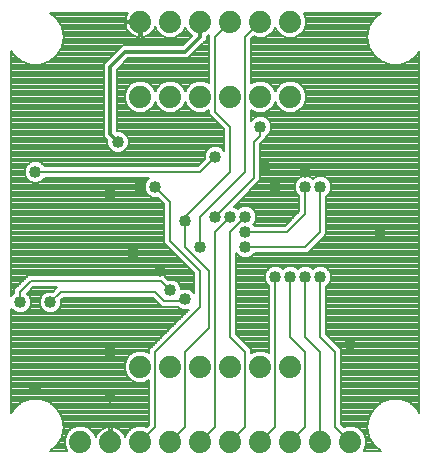
<source format=gbl>
G75*
G70*
%OFA0B0*%
%FSLAX24Y24*%
%IPPOS*%
%LPD*%
%AMOC8*
5,1,8,0,0,1.08239X$1,22.5*
%
%ADD10C,0.0740*%
%ADD11C,0.0080*%
%ADD12C,0.0400*%
%ADD13C,0.0120*%
D10*
X013333Y007833D03*
X014333Y007833D03*
X015333Y007833D03*
X016333Y007833D03*
X017333Y007833D03*
X018333Y007833D03*
X019333Y007833D03*
X020333Y007833D03*
X021333Y007833D03*
X022333Y007833D03*
X020333Y010333D03*
X019333Y010333D03*
X018333Y010333D03*
X017333Y010333D03*
X016333Y010333D03*
X015333Y010333D03*
X015333Y019333D03*
X016333Y019333D03*
X017333Y019333D03*
X018333Y019333D03*
X019333Y019333D03*
X020333Y019333D03*
X020333Y021833D03*
X019333Y021833D03*
X018333Y021833D03*
X017333Y021833D03*
X016333Y021833D03*
X015333Y021833D03*
D11*
X012557Y007726D02*
X012327Y007533D01*
X012884Y007533D01*
X012803Y007728D01*
X012803Y007939D01*
X012884Y008134D01*
X013033Y008283D01*
X013228Y008363D01*
X013439Y008363D01*
X013634Y008283D01*
X013783Y008134D01*
X013845Y007982D01*
X013861Y008029D01*
X013897Y008101D01*
X013944Y008166D01*
X014001Y008222D01*
X014066Y008270D01*
X014138Y008306D01*
X014214Y008331D01*
X014293Y008343D01*
X014293Y008343D01*
X014293Y007873D01*
X014373Y007873D01*
X014373Y008343D01*
X014373Y008343D01*
X014453Y008331D01*
X014529Y008306D01*
X014601Y008270D01*
X014666Y008222D01*
X014722Y008166D01*
X014770Y008101D01*
X014806Y008029D01*
X014821Y007982D01*
X014884Y008134D01*
X015033Y008283D01*
X015228Y008363D01*
X015439Y008363D01*
X015539Y008322D01*
X015633Y008416D01*
X015633Y009884D01*
X015439Y009803D01*
X015228Y009803D01*
X015033Y009884D01*
X014884Y010033D01*
X014803Y010228D01*
X014803Y010439D01*
X014884Y010634D01*
X015033Y010783D01*
X015228Y010863D01*
X015439Y010863D01*
X015633Y010783D01*
X015633Y010916D01*
X016966Y012248D01*
X016905Y012223D01*
X016762Y012223D01*
X016629Y012278D01*
X016574Y012333D01*
X016050Y012333D01*
X015750Y012633D01*
X012766Y012633D01*
X012692Y012559D01*
X012693Y012555D01*
X012693Y012412D01*
X012639Y012279D01*
X012537Y012178D01*
X012405Y012123D01*
X012262Y012123D01*
X012129Y012178D01*
X012028Y012279D01*
X011973Y012412D01*
X011973Y012555D01*
X012028Y012687D01*
X012129Y012789D01*
X012262Y012843D01*
X012405Y012843D01*
X012409Y012842D01*
X012550Y012983D01*
X011766Y012983D01*
X011554Y012771D01*
X011639Y012687D01*
X011693Y012555D01*
X011693Y012412D01*
X011639Y012279D01*
X011537Y012178D01*
X011405Y012123D01*
X011262Y012123D01*
X011129Y012178D01*
X011033Y012274D01*
X011033Y008808D01*
X011110Y008940D01*
X011110Y008940D01*
X011110Y008940D01*
X011361Y009151D01*
X011361Y009151D01*
X011669Y009263D01*
X011997Y009263D01*
X012306Y009151D01*
X012306Y009151D01*
X012557Y008940D01*
X012557Y008940D01*
X012721Y008656D01*
X012721Y008656D01*
X012778Y008333D01*
X012778Y008333D01*
X012721Y008010D01*
X012721Y008010D01*
X012557Y007726D01*
X012557Y007726D01*
X012557Y007726D01*
X012581Y007768D02*
X012803Y007768D01*
X012803Y007847D02*
X012626Y007847D01*
X012672Y007925D02*
X012803Y007925D01*
X012830Y008004D02*
X012717Y008004D01*
X012733Y008082D02*
X012863Y008082D01*
X012911Y008161D02*
X012747Y008161D01*
X012761Y008239D02*
X012990Y008239D01*
X013118Y008318D02*
X012775Y008318D01*
X012767Y008396D02*
X015613Y008396D01*
X015633Y008475D02*
X012753Y008475D01*
X012739Y008553D02*
X015633Y008553D01*
X015633Y008632D02*
X012725Y008632D01*
X012690Y008710D02*
X015633Y008710D01*
X015633Y008789D02*
X012644Y008789D01*
X012599Y008867D02*
X015633Y008867D01*
X015633Y008946D02*
X012550Y008946D01*
X012457Y009024D02*
X015633Y009024D01*
X015633Y009103D02*
X012363Y009103D01*
X012223Y009181D02*
X015633Y009181D01*
X015633Y009260D02*
X012007Y009260D01*
X011660Y009260D02*
X011033Y009260D01*
X011033Y009338D02*
X015633Y009338D01*
X015633Y009417D02*
X011033Y009417D01*
X011033Y009495D02*
X015633Y009495D01*
X015633Y009574D02*
X011033Y009574D01*
X011033Y009652D02*
X015633Y009652D01*
X015633Y009731D02*
X011033Y009731D01*
X011033Y009809D02*
X015213Y009809D01*
X015029Y009888D02*
X011033Y009888D01*
X011033Y009966D02*
X014951Y009966D01*
X014879Y010045D02*
X011033Y010045D01*
X011033Y010123D02*
X014847Y010123D01*
X014814Y010202D02*
X011033Y010202D01*
X011033Y010280D02*
X014803Y010280D01*
X014803Y010359D02*
X011033Y010359D01*
X011033Y010437D02*
X014803Y010437D01*
X014835Y010516D02*
X011033Y010516D01*
X011033Y010594D02*
X014868Y010594D01*
X014923Y010673D02*
X011033Y010673D01*
X011033Y010751D02*
X015002Y010751D01*
X015147Y010830D02*
X011033Y010830D01*
X011033Y010908D02*
X015633Y010908D01*
X015633Y010830D02*
X015520Y010830D01*
X015704Y010987D02*
X011033Y010987D01*
X011033Y011065D02*
X015782Y011065D01*
X015861Y011144D02*
X011033Y011144D01*
X011033Y011222D02*
X015939Y011222D01*
X016018Y011301D02*
X011033Y011301D01*
X011033Y011379D02*
X016096Y011379D01*
X016175Y011458D02*
X011033Y011458D01*
X011033Y011536D02*
X016253Y011536D01*
X016332Y011615D02*
X011033Y011615D01*
X011033Y011693D02*
X016410Y011693D01*
X016489Y011772D02*
X011033Y011772D01*
X011033Y011850D02*
X016567Y011850D01*
X016646Y011929D02*
X011033Y011929D01*
X011033Y012007D02*
X016724Y012007D01*
X016803Y012086D02*
X011033Y012086D01*
X011033Y012164D02*
X011163Y012164D01*
X011065Y012243D02*
X011033Y012243D01*
X011333Y012483D02*
X011333Y012833D01*
X011683Y013183D01*
X016033Y013183D01*
X016333Y012883D01*
X016663Y013028D02*
X017133Y013028D01*
X017133Y013106D02*
X016619Y013106D01*
X016639Y013087D02*
X016537Y013189D01*
X016405Y013243D01*
X016262Y013243D01*
X016258Y013242D01*
X016233Y013266D01*
X016116Y013383D01*
X011600Y013383D01*
X011133Y012916D01*
X011133Y012790D01*
X011129Y012789D01*
X011033Y012692D01*
X011033Y020859D01*
X011110Y020726D01*
X011361Y020516D01*
X011669Y020403D01*
X011997Y020403D01*
X012306Y020516D01*
X012557Y020726D01*
X012721Y021010D01*
X012721Y021010D01*
X012778Y021333D01*
X012778Y021333D01*
X012721Y021656D01*
X012721Y021656D01*
X012557Y021940D01*
X012557Y021940D01*
X012327Y022133D01*
X014921Y022133D01*
X014897Y022101D01*
X014861Y022029D01*
X014836Y021953D01*
X014823Y021873D01*
X015293Y021873D01*
X015293Y021793D01*
X015373Y021793D01*
X015373Y021323D01*
X015373Y021323D01*
X015453Y021336D01*
X015529Y021361D01*
X015601Y021397D01*
X015666Y021444D01*
X015722Y021501D01*
X015770Y021566D01*
X015806Y021638D01*
X015821Y021685D01*
X015884Y021533D01*
X016033Y021384D01*
X016228Y021303D01*
X016439Y021303D01*
X016634Y021384D01*
X016783Y021533D01*
X016833Y021655D01*
X016884Y021533D01*
X017033Y021384D01*
X017061Y021372D01*
X016742Y021053D01*
X014742Y021053D01*
X014242Y020553D01*
X014113Y020424D01*
X014113Y017992D01*
X014223Y017882D01*
X014223Y017762D01*
X014278Y017629D01*
X014379Y017528D01*
X014512Y017473D01*
X014655Y017473D01*
X014787Y017528D01*
X014889Y017629D01*
X014943Y017762D01*
X014943Y017905D01*
X014889Y018037D01*
X014787Y018139D01*
X014655Y018193D01*
X014553Y018193D01*
X014553Y020242D01*
X014924Y020613D01*
X016924Y020613D01*
X017424Y021113D01*
X017553Y021242D01*
X017553Y021351D01*
X017633Y021384D01*
X017633Y019783D01*
X017439Y019863D01*
X017228Y019863D01*
X017033Y019783D01*
X016884Y019634D01*
X016833Y019511D01*
X016783Y019634D01*
X016634Y019783D01*
X016439Y019863D01*
X016228Y019863D01*
X016033Y019783D01*
X015884Y019634D01*
X015833Y019511D01*
X015783Y019634D01*
X015634Y019783D01*
X015439Y019863D01*
X015228Y019863D01*
X015033Y019783D01*
X014884Y019634D01*
X014803Y019439D01*
X014803Y019228D01*
X014884Y019033D01*
X015033Y018884D01*
X015228Y018803D01*
X015439Y018803D01*
X015634Y018884D01*
X015783Y019033D01*
X015833Y019155D01*
X015884Y019033D01*
X016033Y018884D01*
X016228Y018803D01*
X016439Y018803D01*
X016634Y018884D01*
X016783Y019033D01*
X016833Y019155D01*
X016884Y019033D01*
X017033Y018884D01*
X017228Y018803D01*
X017439Y018803D01*
X017633Y018884D01*
X017633Y018750D01*
X017750Y018633D01*
X018133Y018250D01*
X018133Y017542D01*
X018037Y017639D01*
X017905Y017693D01*
X017762Y017693D01*
X017629Y017639D01*
X017528Y017537D01*
X017473Y017405D01*
X017473Y017262D01*
X017475Y017258D01*
X017250Y017033D01*
X012140Y017033D01*
X012139Y017037D01*
X012037Y017139D01*
X011905Y017193D01*
X011762Y017193D01*
X011629Y017139D01*
X011528Y017037D01*
X011473Y016905D01*
X011473Y016762D01*
X011528Y016629D01*
X011629Y016528D01*
X011762Y016473D01*
X011905Y016473D01*
X012037Y016528D01*
X012139Y016629D01*
X012140Y016633D01*
X015624Y016633D01*
X015528Y016537D01*
X015473Y016405D01*
X015473Y016262D01*
X015528Y016129D01*
X015629Y016028D01*
X015762Y015973D01*
X015905Y015973D01*
X015909Y015975D01*
X016133Y015750D01*
X016133Y014450D01*
X017133Y013450D01*
X017133Y012792D01*
X017037Y012889D01*
X016905Y012943D01*
X016762Y012943D01*
X016693Y012915D01*
X016693Y012955D01*
X016639Y013087D01*
X016541Y013185D02*
X017133Y013185D01*
X017133Y013263D02*
X016236Y013263D01*
X016158Y013342D02*
X017133Y013342D01*
X017133Y013420D02*
X011033Y013420D01*
X011033Y013342D02*
X011559Y013342D01*
X011480Y013263D02*
X011033Y013263D01*
X011033Y013185D02*
X011402Y013185D01*
X011323Y013106D02*
X011033Y013106D01*
X011033Y013028D02*
X011245Y013028D01*
X011166Y012949D02*
X011033Y012949D01*
X011033Y012871D02*
X011133Y012871D01*
X011133Y012792D02*
X011033Y012792D01*
X011033Y012714D02*
X011055Y012714D01*
X011575Y012792D02*
X012139Y012792D01*
X012055Y012714D02*
X011612Y012714D01*
X011660Y012635D02*
X012007Y012635D01*
X011974Y012557D02*
X011693Y012557D01*
X011693Y012478D02*
X011973Y012478D01*
X011978Y012400D02*
X011688Y012400D01*
X011656Y012321D02*
X012011Y012321D01*
X012065Y012243D02*
X011602Y012243D01*
X011504Y012164D02*
X012163Y012164D01*
X012504Y012164D02*
X016881Y012164D01*
X016952Y012243D02*
X016960Y012243D01*
X016715Y012243D02*
X012602Y012243D01*
X012656Y012321D02*
X016586Y012321D01*
X016733Y012533D02*
X016133Y012533D01*
X015833Y012833D01*
X012683Y012833D01*
X012333Y012483D01*
X012693Y012478D02*
X015905Y012478D01*
X015827Y012557D02*
X012693Y012557D01*
X012688Y012400D02*
X015984Y012400D01*
X016733Y012533D02*
X016783Y012583D01*
X016833Y012583D01*
X017333Y012333D02*
X017333Y013533D01*
X016333Y014533D01*
X016333Y015833D01*
X015833Y016333D01*
X015473Y016325D02*
X011033Y016325D01*
X011033Y016403D02*
X015473Y016403D01*
X015505Y016482D02*
X011925Y016482D01*
X012069Y016560D02*
X015551Y016560D01*
X015480Y016246D02*
X011033Y016246D01*
X011033Y016168D02*
X015512Y016168D01*
X015568Y016089D02*
X011033Y016089D01*
X011033Y016011D02*
X015671Y016011D01*
X015951Y015932D02*
X011033Y015932D01*
X011033Y015854D02*
X016030Y015854D01*
X016108Y015775D02*
X011033Y015775D01*
X011033Y015697D02*
X016133Y015697D01*
X016133Y015618D02*
X011033Y015618D01*
X011033Y015540D02*
X016133Y015540D01*
X016133Y015461D02*
X011033Y015461D01*
X011033Y015383D02*
X016133Y015383D01*
X016133Y015304D02*
X011033Y015304D01*
X011033Y015226D02*
X016133Y015226D01*
X016133Y015147D02*
X011033Y015147D01*
X011033Y015069D02*
X016133Y015069D01*
X016133Y014990D02*
X011033Y014990D01*
X011033Y014912D02*
X016133Y014912D01*
X016133Y014833D02*
X011033Y014833D01*
X011033Y014755D02*
X016133Y014755D01*
X016133Y014676D02*
X011033Y014676D01*
X011033Y014598D02*
X016133Y014598D01*
X016133Y014519D02*
X011033Y014519D01*
X011033Y014441D02*
X016143Y014441D01*
X016221Y014362D02*
X011033Y014362D01*
X011033Y014284D02*
X016300Y014284D01*
X016378Y014205D02*
X011033Y014205D01*
X011033Y014127D02*
X016457Y014127D01*
X016535Y014048D02*
X011033Y014048D01*
X011033Y013970D02*
X016614Y013970D01*
X016692Y013891D02*
X011033Y013891D01*
X011033Y013813D02*
X016771Y013813D01*
X016849Y013734D02*
X011033Y013734D01*
X011033Y013656D02*
X016928Y013656D01*
X017006Y013577D02*
X011033Y013577D01*
X011033Y013499D02*
X017085Y013499D01*
X017633Y013533D02*
X017633Y011633D01*
X016833Y010833D01*
X016833Y008333D01*
X016333Y007833D01*
X015833Y008333D02*
X015333Y007833D01*
X014830Y008004D02*
X014814Y008004D01*
X014779Y008082D02*
X014863Y008082D01*
X014911Y008161D02*
X014726Y008161D01*
X014642Y008239D02*
X014990Y008239D01*
X015118Y008318D02*
X014493Y008318D01*
X014373Y008318D02*
X014293Y008318D01*
X014293Y008239D02*
X014373Y008239D01*
X014373Y008161D02*
X014293Y008161D01*
X014293Y008082D02*
X014373Y008082D01*
X014373Y008004D02*
X014293Y008004D01*
X014293Y007925D02*
X014373Y007925D01*
X013941Y008161D02*
X013755Y008161D01*
X013804Y008082D02*
X013888Y008082D01*
X013852Y008004D02*
X013836Y008004D01*
X013677Y008239D02*
X014024Y008239D01*
X014174Y008318D02*
X013549Y008318D01*
X012819Y007690D02*
X012513Y007690D01*
X012420Y007611D02*
X012852Y007611D01*
X011068Y008867D02*
X011033Y008867D01*
X011033Y008946D02*
X011116Y008946D01*
X011033Y009024D02*
X011210Y009024D01*
X011304Y009103D02*
X011033Y009103D01*
X011033Y009181D02*
X011444Y009181D01*
X015453Y009809D02*
X015633Y009809D01*
X015833Y010833D02*
X017333Y012333D01*
X017133Y012871D02*
X017055Y012871D01*
X017133Y012949D02*
X016693Y012949D01*
X017633Y013533D02*
X016833Y014333D01*
X016833Y015183D01*
X016833Y015333D01*
X018333Y016833D01*
X018333Y018333D01*
X017833Y018833D01*
X017833Y021333D01*
X018333Y021833D01*
X018833Y021333D02*
X019333Y021833D01*
X019128Y021345D02*
X019228Y021303D01*
X019439Y021303D01*
X019634Y021384D01*
X019783Y021533D01*
X019833Y021655D01*
X019884Y021533D01*
X020033Y021384D01*
X020228Y021303D01*
X020439Y021303D01*
X020634Y021384D01*
X020783Y021533D01*
X020863Y021728D01*
X020863Y021939D01*
X020783Y022133D01*
X023340Y022133D01*
X023110Y021940D01*
X022946Y021656D01*
X022889Y021333D01*
X022946Y021010D01*
X023110Y020726D01*
X023361Y020516D01*
X023669Y020403D01*
X023997Y020403D01*
X024306Y020516D01*
X024557Y020726D01*
X024633Y020859D01*
X024633Y008808D01*
X024557Y008940D01*
X024557Y008940D01*
X024306Y009151D01*
X024306Y009151D01*
X023997Y009263D01*
X023669Y009263D01*
X023361Y009151D01*
X023110Y008940D01*
X022946Y008656D01*
X022889Y008333D01*
X022946Y008010D01*
X023110Y007726D01*
X023340Y007533D01*
X022783Y007533D01*
X022863Y007728D01*
X022863Y007939D01*
X022783Y008134D01*
X022634Y008283D01*
X022439Y008363D01*
X022228Y008363D01*
X022128Y008322D01*
X022033Y008416D01*
X022033Y010916D01*
X021916Y011033D01*
X021533Y011416D01*
X021533Y013027D01*
X021537Y013028D01*
X021639Y013129D01*
X021693Y013262D01*
X021693Y013405D01*
X021639Y013537D01*
X021537Y013639D01*
X021405Y013693D01*
X021262Y013693D01*
X021129Y013639D01*
X021083Y013592D01*
X021037Y013639D01*
X020905Y013693D01*
X020762Y013693D01*
X020629Y013639D01*
X020583Y013592D01*
X020537Y013639D01*
X020405Y013693D01*
X020262Y013693D01*
X020129Y013639D01*
X020083Y013592D01*
X020037Y013639D01*
X019905Y013693D01*
X019762Y013693D01*
X019629Y013639D01*
X019528Y013537D01*
X019473Y013405D01*
X019473Y013262D01*
X019528Y013129D01*
X019629Y013028D01*
X019633Y013027D01*
X019633Y010783D01*
X019439Y010863D01*
X019228Y010863D01*
X019033Y010783D01*
X019033Y010916D01*
X018916Y011033D01*
X018533Y011416D01*
X018533Y014124D01*
X018629Y014028D01*
X018762Y013973D01*
X018905Y013973D01*
X019037Y014028D01*
X019139Y014129D01*
X019140Y014133D01*
X020916Y014133D01*
X021416Y014633D01*
X021533Y014750D01*
X021533Y016027D01*
X021537Y016028D01*
X021639Y016129D01*
X021693Y016262D01*
X021693Y016405D01*
X021639Y016537D01*
X021537Y016639D01*
X021536Y016639D02*
X024633Y016639D01*
X024633Y016717D02*
X019333Y016717D01*
X019333Y016639D02*
X020630Y016639D01*
X020629Y016639D02*
X020528Y016537D01*
X020473Y016405D01*
X020473Y016262D01*
X020528Y016129D01*
X020629Y016028D01*
X020633Y016027D01*
X020633Y015516D01*
X020150Y015033D01*
X019140Y015033D01*
X019139Y015037D01*
X019092Y015083D01*
X019139Y015129D01*
X019193Y015262D01*
X019193Y015405D01*
X019139Y015537D01*
X019037Y015639D01*
X018905Y015693D01*
X018762Y015693D01*
X018629Y015639D01*
X018583Y015592D01*
X018537Y015639D01*
X018455Y015672D01*
X019333Y016550D01*
X019333Y017750D01*
X019533Y017950D01*
X019533Y018027D01*
X019537Y018028D01*
X019639Y018129D01*
X019693Y018262D01*
X019693Y018405D01*
X019639Y018537D01*
X019537Y018639D01*
X019405Y018693D01*
X019262Y018693D01*
X019129Y018639D01*
X019033Y018542D01*
X019033Y018884D01*
X019228Y018803D01*
X019439Y018803D01*
X019634Y018884D01*
X019783Y019033D01*
X019833Y019155D01*
X019884Y019033D01*
X020033Y018884D01*
X020228Y018803D01*
X020439Y018803D01*
X020634Y018884D01*
X020783Y019033D01*
X020863Y019228D01*
X020863Y019439D01*
X020783Y019634D01*
X020634Y019783D01*
X020439Y019863D01*
X020228Y019863D01*
X020033Y019783D01*
X019884Y019634D01*
X019833Y019511D01*
X019783Y019634D01*
X019634Y019783D01*
X019439Y019863D01*
X019228Y019863D01*
X019033Y019783D01*
X019033Y021250D01*
X019128Y021345D01*
X019053Y021270D02*
X022900Y021270D01*
X022889Y021333D02*
X022889Y021333D01*
X022892Y021349D02*
X020549Y021349D01*
X020677Y021427D02*
X022906Y021427D01*
X022919Y021506D02*
X020755Y021506D01*
X020804Y021584D02*
X022933Y021584D01*
X022946Y021656D02*
X022946Y021656D01*
X022950Y021663D02*
X020836Y021663D01*
X020863Y021741D02*
X022995Y021741D01*
X023040Y021820D02*
X020863Y021820D01*
X020863Y021898D02*
X023086Y021898D01*
X023110Y021940D02*
X023110Y021940D01*
X023110Y021940D01*
X023153Y021977D02*
X020848Y021977D01*
X020815Y022055D02*
X023247Y022055D01*
X022914Y021192D02*
X019033Y021192D01*
X019033Y021113D02*
X022928Y021113D01*
X022942Y021035D02*
X019033Y021035D01*
X019033Y020956D02*
X022977Y020956D01*
X022946Y021010D02*
X022946Y021010D01*
X023022Y020878D02*
X019033Y020878D01*
X019033Y020799D02*
X023068Y020799D01*
X023110Y020726D02*
X023110Y020726D01*
X023116Y020721D02*
X019033Y020721D01*
X019033Y020642D02*
X023210Y020642D01*
X023304Y020564D02*
X019033Y020564D01*
X019033Y020485D02*
X023444Y020485D01*
X023361Y020516D02*
X023361Y020516D01*
X023660Y020407D02*
X019033Y020407D01*
X019033Y020328D02*
X024633Y020328D01*
X024633Y020250D02*
X019033Y020250D01*
X019033Y020171D02*
X024633Y020171D01*
X024633Y020093D02*
X019033Y020093D01*
X019033Y020014D02*
X024633Y020014D01*
X024633Y019936D02*
X019033Y019936D01*
X019033Y019857D02*
X019213Y019857D01*
X019453Y019857D02*
X020213Y019857D01*
X020029Y019779D02*
X019637Y019779D01*
X019716Y019700D02*
X019951Y019700D01*
X019879Y019622D02*
X019787Y019622D01*
X019820Y019543D02*
X019847Y019543D01*
X019831Y019151D02*
X019835Y019151D01*
X019868Y019072D02*
X019799Y019072D01*
X019743Y018994D02*
X019923Y018994D01*
X020002Y018915D02*
X019665Y018915D01*
X019520Y018837D02*
X020147Y018837D01*
X020520Y018837D02*
X024633Y018837D01*
X024633Y018915D02*
X020665Y018915D01*
X020743Y018994D02*
X024633Y018994D01*
X024633Y019072D02*
X020799Y019072D01*
X020831Y019151D02*
X024633Y019151D01*
X024633Y019229D02*
X020863Y019229D01*
X020863Y019308D02*
X024633Y019308D01*
X024633Y019386D02*
X020863Y019386D01*
X020853Y019465D02*
X024633Y019465D01*
X024633Y019543D02*
X020820Y019543D01*
X020787Y019622D02*
X024633Y019622D01*
X024633Y019700D02*
X020716Y019700D01*
X020637Y019779D02*
X024633Y019779D01*
X024633Y019857D02*
X020453Y019857D01*
X019438Y018680D02*
X024633Y018680D01*
X024633Y018758D02*
X019033Y018758D01*
X019033Y018680D02*
X019229Y018680D01*
X019092Y018601D02*
X019033Y018601D01*
X019033Y018837D02*
X019147Y018837D01*
X019574Y018601D02*
X024633Y018601D01*
X024633Y018523D02*
X019644Y018523D01*
X019677Y018444D02*
X024633Y018444D01*
X024633Y018366D02*
X019693Y018366D01*
X019693Y018287D02*
X024633Y018287D01*
X024633Y018209D02*
X019671Y018209D01*
X019639Y018130D02*
X024633Y018130D01*
X024633Y018052D02*
X019561Y018052D01*
X019533Y017973D02*
X024633Y017973D01*
X024633Y017895D02*
X019478Y017895D01*
X019399Y017816D02*
X024633Y017816D01*
X024633Y017738D02*
X019333Y017738D01*
X019333Y017659D02*
X024633Y017659D01*
X024633Y017581D02*
X019333Y017581D01*
X019333Y017502D02*
X024633Y017502D01*
X024633Y017424D02*
X019333Y017424D01*
X019333Y017345D02*
X024633Y017345D01*
X024633Y017267D02*
X019333Y017267D01*
X019333Y017188D02*
X024633Y017188D01*
X024633Y017110D02*
X019333Y017110D01*
X019333Y017031D02*
X024633Y017031D01*
X024633Y016953D02*
X019333Y016953D01*
X019333Y016874D02*
X024633Y016874D01*
X024633Y016796D02*
X019333Y016796D01*
X019333Y016560D02*
X020551Y016560D01*
X020505Y016482D02*
X019265Y016482D01*
X019186Y016403D02*
X020473Y016403D01*
X020473Y016325D02*
X019108Y016325D01*
X019029Y016246D02*
X020480Y016246D01*
X020512Y016168D02*
X018951Y016168D01*
X018872Y016089D02*
X020568Y016089D01*
X020633Y016011D02*
X018794Y016011D01*
X018715Y015932D02*
X020633Y015932D01*
X020633Y015854D02*
X018637Y015854D01*
X018558Y015775D02*
X020633Y015775D01*
X020633Y015697D02*
X018480Y015697D01*
X018557Y015618D02*
X018609Y015618D01*
X018833Y015333D02*
X018333Y014833D01*
X018333Y011333D01*
X018833Y010833D01*
X018833Y008333D01*
X018333Y007833D01*
X017833Y008333D02*
X017333Y007833D01*
X017833Y008333D02*
X017833Y014833D01*
X018333Y015333D01*
X017833Y015333D02*
X019133Y016633D01*
X019133Y017833D01*
X019333Y018033D01*
X019333Y018333D01*
X018133Y018209D02*
X014553Y018209D01*
X014553Y018287D02*
X018096Y018287D01*
X018018Y018366D02*
X014553Y018366D01*
X014553Y018444D02*
X017939Y018444D01*
X017861Y018523D02*
X014553Y018523D01*
X014553Y018601D02*
X017782Y018601D01*
X017704Y018680D02*
X014553Y018680D01*
X014553Y018758D02*
X017633Y018758D01*
X017633Y018837D02*
X017520Y018837D01*
X017147Y018837D02*
X016520Y018837D01*
X016665Y018915D02*
X017002Y018915D01*
X016923Y018994D02*
X016743Y018994D01*
X016799Y019072D02*
X016868Y019072D01*
X016835Y019151D02*
X016831Y019151D01*
X016820Y019543D02*
X016847Y019543D01*
X016879Y019622D02*
X016787Y019622D01*
X016716Y019700D02*
X016951Y019700D01*
X017029Y019779D02*
X016637Y019779D01*
X016453Y019857D02*
X017213Y019857D01*
X017453Y019857D02*
X017633Y019857D01*
X017633Y019936D02*
X014553Y019936D01*
X014553Y020014D02*
X017633Y020014D01*
X017633Y020093D02*
X014553Y020093D01*
X014553Y020171D02*
X017633Y020171D01*
X017633Y020250D02*
X014561Y020250D01*
X014639Y020328D02*
X017633Y020328D01*
X017633Y020407D02*
X014718Y020407D01*
X014796Y020485D02*
X017633Y020485D01*
X017633Y020564D02*
X014875Y020564D01*
X014488Y020799D02*
X012599Y020799D01*
X012557Y020726D02*
X012557Y020726D01*
X012557Y020726D01*
X012550Y020721D02*
X014410Y020721D01*
X014331Y020642D02*
X012457Y020642D01*
X012363Y020564D02*
X014253Y020564D01*
X014174Y020485D02*
X012223Y020485D01*
X012306Y020516D02*
X012306Y020516D01*
X012007Y020407D02*
X014113Y020407D01*
X014113Y020328D02*
X011033Y020328D01*
X011033Y020250D02*
X014113Y020250D01*
X014113Y020171D02*
X011033Y020171D01*
X011033Y020093D02*
X014113Y020093D01*
X014113Y020014D02*
X011033Y020014D01*
X011033Y019936D02*
X014113Y019936D01*
X014113Y019857D02*
X011033Y019857D01*
X011033Y019779D02*
X014113Y019779D01*
X014113Y019700D02*
X011033Y019700D01*
X011033Y019622D02*
X014113Y019622D01*
X014113Y019543D02*
X011033Y019543D01*
X011033Y019465D02*
X014113Y019465D01*
X014113Y019386D02*
X011033Y019386D01*
X011033Y019308D02*
X014113Y019308D01*
X014113Y019229D02*
X011033Y019229D01*
X011033Y019151D02*
X014113Y019151D01*
X014113Y019072D02*
X011033Y019072D01*
X011033Y018994D02*
X014113Y018994D01*
X014113Y018915D02*
X011033Y018915D01*
X011033Y018837D02*
X014113Y018837D01*
X014113Y018758D02*
X011033Y018758D01*
X011033Y018680D02*
X014113Y018680D01*
X014113Y018601D02*
X011033Y018601D01*
X011033Y018523D02*
X014113Y018523D01*
X014113Y018444D02*
X011033Y018444D01*
X011033Y018366D02*
X014113Y018366D01*
X014113Y018287D02*
X011033Y018287D01*
X011033Y018209D02*
X014113Y018209D01*
X014113Y018130D02*
X011033Y018130D01*
X011033Y018052D02*
X014113Y018052D01*
X014132Y017973D02*
X011033Y017973D01*
X011033Y017895D02*
X014211Y017895D01*
X014223Y017816D02*
X011033Y017816D01*
X011033Y017738D02*
X014233Y017738D01*
X014266Y017659D02*
X011033Y017659D01*
X011033Y017581D02*
X014327Y017581D01*
X014442Y017502D02*
X011033Y017502D01*
X011033Y017424D02*
X017481Y017424D01*
X017473Y017345D02*
X011033Y017345D01*
X011033Y017267D02*
X017473Y017267D01*
X017405Y017188D02*
X011917Y017188D01*
X011750Y017188D02*
X011033Y017188D01*
X011033Y017110D02*
X011601Y017110D01*
X011526Y017031D02*
X011033Y017031D01*
X011033Y016953D02*
X011493Y016953D01*
X011473Y016874D02*
X011033Y016874D01*
X011033Y016796D02*
X011473Y016796D01*
X011492Y016717D02*
X011033Y016717D01*
X011033Y016639D02*
X011524Y016639D01*
X011597Y016560D02*
X011033Y016560D01*
X011033Y016482D02*
X011741Y016482D01*
X011833Y016833D02*
X017333Y016833D01*
X017833Y017333D01*
X017572Y017581D02*
X014840Y017581D01*
X014901Y017659D02*
X017680Y017659D01*
X017514Y017502D02*
X014725Y017502D01*
X014933Y017738D02*
X018133Y017738D01*
X018133Y017816D02*
X014943Y017816D01*
X014943Y017895D02*
X018133Y017895D01*
X018133Y017973D02*
X014915Y017973D01*
X014874Y018052D02*
X018133Y018052D01*
X018133Y018130D02*
X014795Y018130D01*
X014553Y018837D02*
X015147Y018837D01*
X015002Y018915D02*
X014553Y018915D01*
X014553Y018994D02*
X014923Y018994D01*
X014868Y019072D02*
X014553Y019072D01*
X014553Y019151D02*
X014835Y019151D01*
X014803Y019229D02*
X014553Y019229D01*
X014553Y019308D02*
X014803Y019308D01*
X014803Y019386D02*
X014553Y019386D01*
X014553Y019465D02*
X014814Y019465D01*
X014847Y019543D02*
X014553Y019543D01*
X014553Y019622D02*
X014879Y019622D01*
X014951Y019700D02*
X014553Y019700D01*
X014553Y019779D02*
X015029Y019779D01*
X015213Y019857D02*
X014553Y019857D01*
X015453Y019857D02*
X016213Y019857D01*
X016029Y019779D02*
X015637Y019779D01*
X015716Y019700D02*
X015951Y019700D01*
X015879Y019622D02*
X015787Y019622D01*
X015820Y019543D02*
X015847Y019543D01*
X015831Y019151D02*
X015835Y019151D01*
X015868Y019072D02*
X015799Y019072D01*
X015743Y018994D02*
X015923Y018994D01*
X016002Y018915D02*
X015665Y018915D01*
X015520Y018837D02*
X016147Y018837D01*
X017987Y017659D02*
X018133Y017659D01*
X018133Y017581D02*
X018095Y017581D01*
X017327Y017110D02*
X012066Y017110D01*
X017333Y015333D02*
X017333Y014333D01*
X018533Y014048D02*
X018609Y014048D01*
X018533Y013970D02*
X024633Y013970D01*
X024633Y014048D02*
X019057Y014048D01*
X019136Y014127D02*
X024633Y014127D01*
X024633Y014205D02*
X020988Y014205D01*
X021067Y014284D02*
X024633Y014284D01*
X024633Y014362D02*
X021145Y014362D01*
X021224Y014441D02*
X024633Y014441D01*
X024633Y014519D02*
X021302Y014519D01*
X021381Y014598D02*
X024633Y014598D01*
X024633Y014676D02*
X021459Y014676D01*
X021533Y014755D02*
X024633Y014755D01*
X024633Y014833D02*
X021533Y014833D01*
X021533Y014912D02*
X024633Y014912D01*
X024633Y014990D02*
X021533Y014990D01*
X021533Y015069D02*
X024633Y015069D01*
X024633Y015147D02*
X021533Y015147D01*
X021533Y015226D02*
X024633Y015226D01*
X024633Y015304D02*
X021533Y015304D01*
X021533Y015383D02*
X024633Y015383D01*
X024633Y015461D02*
X021533Y015461D01*
X021533Y015540D02*
X024633Y015540D01*
X024633Y015618D02*
X021533Y015618D01*
X021533Y015697D02*
X024633Y015697D01*
X024633Y015775D02*
X021533Y015775D01*
X021533Y015854D02*
X024633Y015854D01*
X024633Y015932D02*
X021533Y015932D01*
X021533Y016011D02*
X024633Y016011D01*
X024633Y016089D02*
X021598Y016089D01*
X021654Y016168D02*
X024633Y016168D01*
X024633Y016246D02*
X021687Y016246D01*
X021693Y016325D02*
X024633Y016325D01*
X024633Y016403D02*
X021693Y016403D01*
X021661Y016482D02*
X024633Y016482D01*
X024633Y016560D02*
X021615Y016560D01*
X021537Y016639D02*
X021405Y016693D01*
X021262Y016693D01*
X021129Y016639D01*
X021083Y016592D01*
X021037Y016639D01*
X021036Y016639D02*
X021130Y016639D01*
X021037Y016639D02*
X020905Y016693D01*
X020762Y016693D01*
X020629Y016639D01*
X020833Y016333D02*
X020833Y015433D01*
X020233Y014833D01*
X018833Y014833D01*
X019107Y015069D02*
X020186Y015069D01*
X020264Y015147D02*
X019146Y015147D01*
X019178Y015226D02*
X020343Y015226D01*
X020421Y015304D02*
X019193Y015304D01*
X019193Y015383D02*
X020500Y015383D01*
X020578Y015461D02*
X019170Y015461D01*
X019136Y015540D02*
X020633Y015540D01*
X020633Y015618D02*
X019057Y015618D01*
X018833Y016833D02*
X017333Y015333D01*
X018833Y014333D02*
X020833Y014333D01*
X021333Y014833D01*
X021333Y016333D01*
X018833Y016833D02*
X018833Y021333D01*
X019549Y021349D02*
X020118Y021349D01*
X019990Y021427D02*
X019677Y021427D01*
X019755Y021506D02*
X019911Y021506D01*
X019863Y021584D02*
X019804Y021584D01*
X017633Y021349D02*
X017553Y021349D01*
X017553Y021270D02*
X017633Y021270D01*
X017633Y021192D02*
X017503Y021192D01*
X017424Y021113D02*
X017633Y021113D01*
X017633Y021035D02*
X017346Y021035D01*
X017267Y020956D02*
X017633Y020956D01*
X017633Y020878D02*
X017189Y020878D01*
X017110Y020799D02*
X017633Y020799D01*
X017633Y020721D02*
X017032Y020721D01*
X016953Y020642D02*
X017633Y020642D01*
X016959Y021270D02*
X012767Y021270D01*
X012775Y021349D02*
X015174Y021349D01*
X015138Y021361D02*
X015214Y021336D01*
X015293Y021323D01*
X015293Y021323D01*
X015293Y021793D01*
X014823Y021793D01*
X014836Y021714D01*
X014861Y021638D01*
X014897Y021566D01*
X014944Y021501D01*
X015001Y021444D01*
X015066Y021397D01*
X015138Y021361D01*
X015024Y021427D02*
X012761Y021427D01*
X012747Y021506D02*
X014941Y021506D01*
X014888Y021584D02*
X012733Y021584D01*
X012717Y021663D02*
X014852Y021663D01*
X014832Y021741D02*
X012672Y021741D01*
X012626Y021820D02*
X015293Y021820D01*
X015293Y021741D02*
X015373Y021741D01*
X015373Y021663D02*
X015293Y021663D01*
X015293Y021584D02*
X015373Y021584D01*
X015373Y021506D02*
X015293Y021506D01*
X015293Y021427D02*
X015373Y021427D01*
X015373Y021349D02*
X015293Y021349D01*
X015493Y021349D02*
X016118Y021349D01*
X015990Y021427D02*
X015642Y021427D01*
X015726Y021506D02*
X015911Y021506D01*
X015863Y021584D02*
X015779Y021584D01*
X015814Y021663D02*
X015830Y021663D01*
X016549Y021349D02*
X017038Y021349D01*
X016990Y021427D02*
X016677Y021427D01*
X016755Y021506D02*
X016911Y021506D01*
X016863Y021584D02*
X016804Y021584D01*
X016881Y021192D02*
X012753Y021192D01*
X012739Y021113D02*
X016802Y021113D01*
X014724Y021035D02*
X012725Y021035D01*
X012690Y020956D02*
X014645Y020956D01*
X014567Y020878D02*
X012644Y020878D01*
X011660Y020407D02*
X011033Y020407D01*
X011033Y020485D02*
X011444Y020485D01*
X011361Y020516D02*
X011361Y020516D01*
X011304Y020564D02*
X011033Y020564D01*
X011033Y020642D02*
X011210Y020642D01*
X011116Y020721D02*
X011033Y020721D01*
X011110Y020726D02*
X011110Y020726D01*
X011068Y020799D02*
X011033Y020799D01*
X012513Y021977D02*
X014844Y021977D01*
X014827Y021898D02*
X012581Y021898D01*
X012420Y022055D02*
X014874Y022055D01*
X014823Y021873D02*
X014823Y021873D01*
X014823Y021793D02*
X014823Y021793D01*
X024007Y020407D02*
X024633Y020407D01*
X024633Y020485D02*
X024223Y020485D01*
X024306Y020516D02*
X024306Y020516D01*
X024363Y020564D02*
X024633Y020564D01*
X024633Y020642D02*
X024457Y020642D01*
X024550Y020721D02*
X024633Y020721D01*
X024557Y020726D02*
X024557Y020726D01*
X024557Y020726D01*
X024599Y020799D02*
X024633Y020799D01*
X024633Y013891D02*
X018533Y013891D01*
X018533Y013813D02*
X024633Y013813D01*
X024633Y013734D02*
X018533Y013734D01*
X018533Y013656D02*
X019671Y013656D01*
X019568Y013577D02*
X018533Y013577D01*
X018533Y013499D02*
X019512Y013499D01*
X019480Y013420D02*
X018533Y013420D01*
X018533Y013342D02*
X019473Y013342D01*
X019473Y013263D02*
X018533Y013263D01*
X018533Y013185D02*
X019505Y013185D01*
X019551Y013106D02*
X018533Y013106D01*
X018533Y013028D02*
X019630Y013028D01*
X019633Y012949D02*
X018533Y012949D01*
X018533Y012871D02*
X019633Y012871D01*
X019633Y012792D02*
X018533Y012792D01*
X018533Y012714D02*
X019633Y012714D01*
X019633Y012635D02*
X018533Y012635D01*
X018533Y012557D02*
X019633Y012557D01*
X019633Y012478D02*
X018533Y012478D01*
X018533Y012400D02*
X019633Y012400D01*
X019633Y012321D02*
X018533Y012321D01*
X018533Y012243D02*
X019633Y012243D01*
X019633Y012164D02*
X018533Y012164D01*
X018533Y012086D02*
X019633Y012086D01*
X019633Y012007D02*
X018533Y012007D01*
X018533Y011929D02*
X019633Y011929D01*
X019633Y011850D02*
X018533Y011850D01*
X018533Y011772D02*
X019633Y011772D01*
X019633Y011693D02*
X018533Y011693D01*
X018533Y011615D02*
X019633Y011615D01*
X019633Y011536D02*
X018533Y011536D01*
X018533Y011458D02*
X019633Y011458D01*
X019633Y011379D02*
X018570Y011379D01*
X018649Y011301D02*
X019633Y011301D01*
X019633Y011222D02*
X018727Y011222D01*
X018806Y011144D02*
X019633Y011144D01*
X019633Y011065D02*
X018884Y011065D01*
X018963Y010987D02*
X019633Y010987D01*
X019633Y010908D02*
X019033Y010908D01*
X019033Y010830D02*
X019147Y010830D01*
X019520Y010830D02*
X019633Y010830D01*
X020333Y011333D02*
X020833Y010833D01*
X020833Y008333D01*
X020333Y007833D01*
X019833Y008333D02*
X019333Y007833D01*
X019833Y008333D02*
X019833Y013333D01*
X019995Y013656D02*
X020171Y013656D01*
X020495Y013656D02*
X020671Y013656D01*
X020995Y013656D02*
X021171Y013656D01*
X021495Y013656D02*
X024633Y013656D01*
X024633Y013577D02*
X021598Y013577D01*
X021654Y013499D02*
X024633Y013499D01*
X024633Y013420D02*
X021687Y013420D01*
X021693Y013342D02*
X024633Y013342D01*
X024633Y013263D02*
X021693Y013263D01*
X021661Y013185D02*
X024633Y013185D01*
X024633Y013106D02*
X021615Y013106D01*
X021537Y013028D02*
X024633Y013028D01*
X024633Y012949D02*
X021533Y012949D01*
X021533Y012871D02*
X024633Y012871D01*
X024633Y012792D02*
X021533Y012792D01*
X021533Y012714D02*
X024633Y012714D01*
X024633Y012635D02*
X021533Y012635D01*
X021533Y012557D02*
X024633Y012557D01*
X024633Y012478D02*
X021533Y012478D01*
X021533Y012400D02*
X024633Y012400D01*
X024633Y012321D02*
X021533Y012321D01*
X021533Y012243D02*
X024633Y012243D01*
X024633Y012164D02*
X021533Y012164D01*
X021533Y012086D02*
X024633Y012086D01*
X024633Y012007D02*
X021533Y012007D01*
X021533Y011929D02*
X024633Y011929D01*
X024633Y011850D02*
X021533Y011850D01*
X021533Y011772D02*
X024633Y011772D01*
X024633Y011693D02*
X021533Y011693D01*
X021533Y011615D02*
X024633Y011615D01*
X024633Y011536D02*
X021533Y011536D01*
X021533Y011458D02*
X024633Y011458D01*
X024633Y011379D02*
X021570Y011379D01*
X021649Y011301D02*
X024633Y011301D01*
X024633Y011222D02*
X021727Y011222D01*
X021806Y011144D02*
X024633Y011144D01*
X024633Y011065D02*
X021884Y011065D01*
X021963Y010987D02*
X024633Y010987D01*
X024633Y010908D02*
X022033Y010908D01*
X022033Y010830D02*
X024633Y010830D01*
X024633Y010751D02*
X022033Y010751D01*
X022033Y010673D02*
X024633Y010673D01*
X024633Y010594D02*
X022033Y010594D01*
X022033Y010516D02*
X024633Y010516D01*
X024633Y010437D02*
X022033Y010437D01*
X022033Y010359D02*
X024633Y010359D01*
X024633Y010280D02*
X022033Y010280D01*
X022033Y010202D02*
X024633Y010202D01*
X024633Y010123D02*
X022033Y010123D01*
X022033Y010045D02*
X024633Y010045D01*
X024633Y009966D02*
X022033Y009966D01*
X022033Y009888D02*
X024633Y009888D01*
X024633Y009809D02*
X022033Y009809D01*
X022033Y009731D02*
X024633Y009731D01*
X024633Y009652D02*
X022033Y009652D01*
X022033Y009574D02*
X024633Y009574D01*
X024633Y009495D02*
X022033Y009495D01*
X022033Y009417D02*
X024633Y009417D01*
X024633Y009338D02*
X022033Y009338D01*
X022033Y009260D02*
X023660Y009260D01*
X023444Y009181D02*
X022033Y009181D01*
X022033Y009103D02*
X023304Y009103D01*
X023361Y009151D02*
X023361Y009151D01*
X023210Y009024D02*
X022033Y009024D01*
X022033Y008946D02*
X023116Y008946D01*
X023110Y008940D02*
X023110Y008940D01*
X023110Y008940D01*
X023068Y008867D02*
X022033Y008867D01*
X022033Y008789D02*
X023022Y008789D01*
X022977Y008710D02*
X022033Y008710D01*
X022033Y008632D02*
X022942Y008632D01*
X022946Y008656D02*
X022946Y008656D01*
X022928Y008553D02*
X022033Y008553D01*
X022033Y008475D02*
X022914Y008475D01*
X022900Y008396D02*
X022053Y008396D01*
X021833Y008333D02*
X022333Y007833D01*
X022755Y008161D02*
X022919Y008161D01*
X022906Y008239D02*
X022677Y008239D01*
X022549Y008318D02*
X022892Y008318D01*
X022889Y008333D02*
X022889Y008333D01*
X022933Y008082D02*
X022804Y008082D01*
X022836Y008004D02*
X022950Y008004D01*
X022946Y008010D02*
X022946Y008010D01*
X022995Y007925D02*
X022863Y007925D01*
X022863Y007847D02*
X023040Y007847D01*
X023086Y007768D02*
X022863Y007768D01*
X022848Y007690D02*
X023153Y007690D01*
X023110Y007726D02*
X023110Y007726D01*
X023247Y007611D02*
X022815Y007611D01*
X021833Y008333D02*
X021833Y010833D01*
X021333Y011333D01*
X021333Y013333D01*
X020833Y013333D02*
X020833Y011333D01*
X021333Y010833D01*
X021333Y007833D01*
X024007Y009260D02*
X024633Y009260D01*
X024633Y009181D02*
X024223Y009181D01*
X024363Y009103D02*
X024633Y009103D01*
X024633Y009024D02*
X024457Y009024D01*
X024550Y008946D02*
X024633Y008946D01*
X024633Y008867D02*
X024599Y008867D01*
X020333Y011333D02*
X020333Y013333D01*
X015833Y010833D02*
X015833Y008333D01*
X012438Y012871D02*
X011654Y012871D01*
X011732Y012949D02*
X012516Y012949D01*
D12*
X012333Y012483D03*
X011333Y012483D03*
X014333Y010833D03*
X014333Y009333D03*
X011833Y009583D03*
X016833Y012583D03*
X016333Y012883D03*
X015993Y013533D03*
X015083Y014133D03*
X016833Y015183D03*
X017833Y015333D03*
X018333Y015333D03*
X018833Y015333D03*
X018833Y014833D03*
X018833Y014333D03*
X017333Y014333D03*
X019833Y013333D03*
X020333Y013333D03*
X020833Y013333D03*
X021333Y013333D03*
X023333Y014833D03*
X021333Y016333D03*
X020833Y016333D03*
X020833Y016833D03*
X019833Y016333D03*
X019483Y016983D03*
X017833Y017333D03*
X019333Y018333D03*
X015833Y016333D03*
X015333Y016333D03*
X014333Y016083D03*
X011833Y016833D03*
X014583Y017833D03*
X022333Y011083D03*
D13*
X014583Y017833D02*
X014333Y018083D01*
X014333Y020333D01*
X014833Y020833D01*
X016833Y020833D01*
X017333Y021333D01*
X017333Y021833D01*
M02*

</source>
